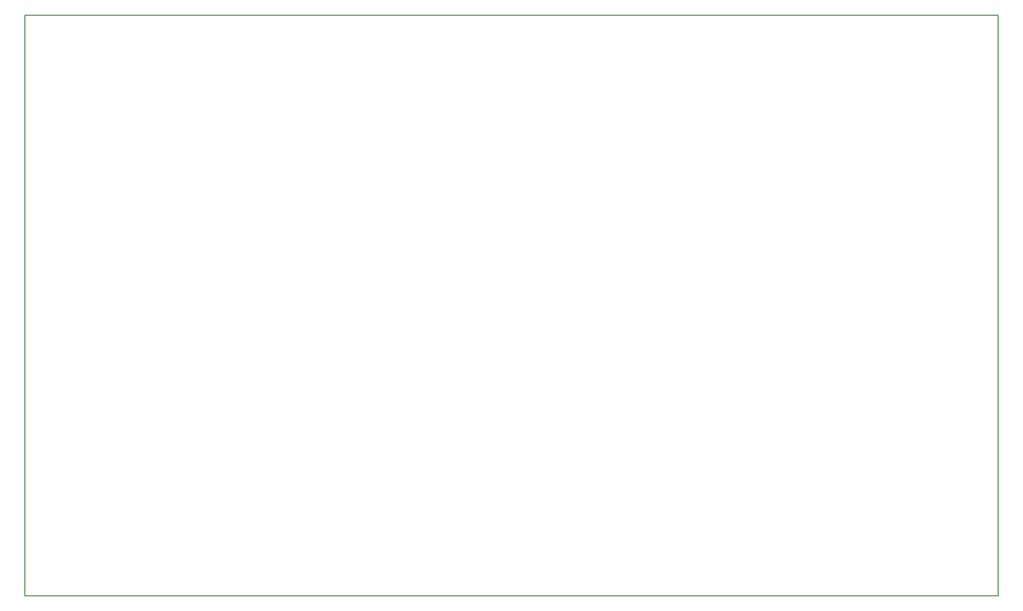
<source format=gbr>
G04 #@! TF.FileFunction,Profile,NP*
%FSLAX46Y46*%
G04 Gerber Fmt 4.6, Leading zero omitted, Abs format (unit mm)*
G04 Created by KiCad (PCBNEW 4.0.2-stable) date 18/08/2016 01:32:27*
%MOMM*%
G01*
G04 APERTURE LIST*
%ADD10C,0.100000*%
%ADD11C,0.150000*%
G04 APERTURE END LIST*
D10*
D11*
X40000000Y-110000000D02*
X202500000Y-110000000D01*
X40000000Y-13000000D02*
X40000000Y-110000000D01*
X202500000Y-13000000D02*
X40000000Y-13000000D01*
X202500000Y-110000000D02*
X202500000Y-13000000D01*
M02*

</source>
